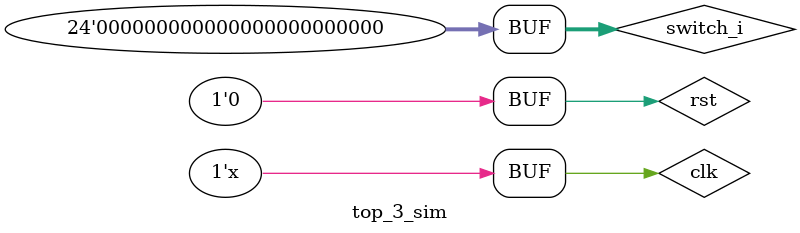
<source format=v>
`timescale 1ns / 1ps


module top_3_sim(

    );
    reg rst=1;
    reg clk=0;
    
    reg[23:0] switch_i=24'b000000000000000000000000;
    wire[23:0] ledout;
  top t(clk,rst,ledout,switch_i);
        initial
    begin
  #7000  rst=0;
 // #5000 switch_i=24'b010000000000100000000000;
    end
    
     always #10 clk=~clk;
endmodule

</source>
